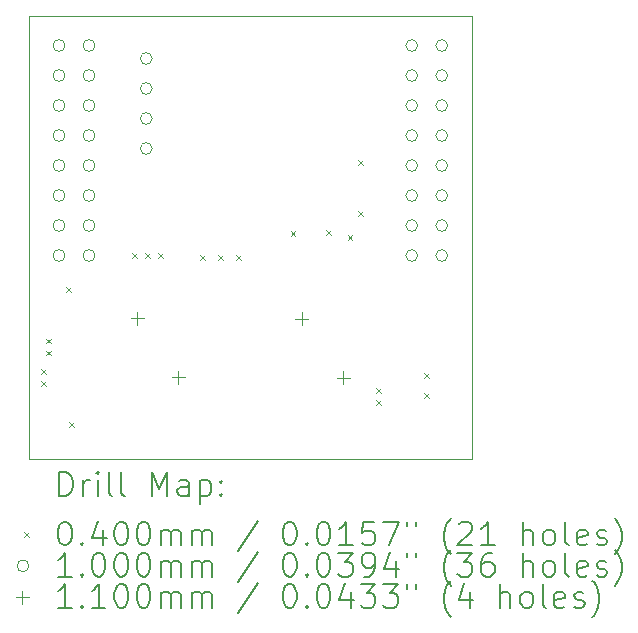
<source format=gbr>
%TF.GenerationSoftware,KiCad,Pcbnew,(6.0.8-1)-1*%
%TF.CreationDate,2024-02-06T23:44:47-06:00*%
%TF.ProjectId,openmv_can_shield,6f70656e-6d76-45f6-9361-6e5f73686965,rev?*%
%TF.SameCoordinates,Original*%
%TF.FileFunction,Drillmap*%
%TF.FilePolarity,Positive*%
%FSLAX45Y45*%
G04 Gerber Fmt 4.5, Leading zero omitted, Abs format (unit mm)*
G04 Created by KiCad (PCBNEW (6.0.8-1)-1) date 2024-02-06 23:44:47*
%MOMM*%
%LPD*%
G01*
G04 APERTURE LIST*
%ADD10C,0.100000*%
%ADD11C,0.200000*%
%ADD12C,0.040000*%
%ADD13C,0.110000*%
G04 APERTURE END LIST*
D10*
X12279940Y-7967980D02*
X16029940Y-7967980D01*
X16029940Y-7967980D02*
X16029940Y-11717980D01*
X16029940Y-11717980D02*
X12279940Y-11717980D01*
X12279940Y-11717980D02*
X12279940Y-7967980D01*
D11*
D12*
X12377740Y-10960420D02*
X12417740Y-11000420D01*
X12417740Y-10960420D02*
X12377740Y-11000420D01*
X12377740Y-11062020D02*
X12417740Y-11102020D01*
X12417740Y-11062020D02*
X12377740Y-11102020D01*
X12423460Y-10703880D02*
X12463460Y-10743880D01*
X12463460Y-10703880D02*
X12423460Y-10743880D01*
X12423460Y-10805480D02*
X12463460Y-10845480D01*
X12463460Y-10805480D02*
X12423460Y-10845480D01*
X12593640Y-10267000D02*
X12633640Y-10307000D01*
X12633640Y-10267000D02*
X12593640Y-10307000D01*
X12616500Y-11407460D02*
X12656500Y-11447460D01*
X12656500Y-11407460D02*
X12616500Y-11447460D01*
X13149900Y-9979980D02*
X13189900Y-10019980D01*
X13189900Y-9979980D02*
X13149900Y-10019980D01*
X13259120Y-9979980D02*
X13299120Y-10019980D01*
X13299120Y-9979980D02*
X13259120Y-10019980D01*
X13368340Y-9979980D02*
X13408340Y-10019980D01*
X13408340Y-9979980D02*
X13368340Y-10019980D01*
X13723940Y-9995220D02*
X13763940Y-10035220D01*
X13763940Y-9995220D02*
X13723940Y-10035220D01*
X13876340Y-9995220D02*
X13916340Y-10035220D01*
X13916340Y-9995220D02*
X13876340Y-10035220D01*
X14028740Y-9995220D02*
X14068740Y-10035220D01*
X14068740Y-9995220D02*
X14028740Y-10035220D01*
X14491020Y-9794560D02*
X14531020Y-9834560D01*
X14531020Y-9794560D02*
X14491020Y-9834560D01*
X14790740Y-9786940D02*
X14830740Y-9826940D01*
X14830740Y-9786940D02*
X14790740Y-9826940D01*
X14973620Y-9825040D02*
X15013620Y-9865040D01*
X15013620Y-9825040D02*
X14973620Y-9865040D01*
X15062520Y-9621840D02*
X15102520Y-9661840D01*
X15102520Y-9621840D02*
X15062520Y-9661840D01*
X15065060Y-9190040D02*
X15105060Y-9230040D01*
X15105060Y-9190040D02*
X15065060Y-9230040D01*
X15212380Y-11122090D02*
X15252380Y-11162090D01*
X15252380Y-11122090D02*
X15212380Y-11162090D01*
X15212380Y-11222040D02*
X15252380Y-11262040D01*
X15252380Y-11222040D02*
X15212380Y-11262040D01*
X15624480Y-10995360D02*
X15664480Y-11035360D01*
X15664480Y-10995360D02*
X15624480Y-11035360D01*
X15624480Y-11165540D02*
X15664480Y-11205540D01*
X15664480Y-11165540D02*
X15624480Y-11205540D01*
D10*
X12580480Y-8221280D02*
G75*
G03*
X12580480Y-8221280I-50000J0D01*
G01*
X12580480Y-8475280D02*
G75*
G03*
X12580480Y-8475280I-50000J0D01*
G01*
X12580480Y-8729280D02*
G75*
G03*
X12580480Y-8729280I-50000J0D01*
G01*
X12580480Y-8983280D02*
G75*
G03*
X12580480Y-8983280I-50000J0D01*
G01*
X12580480Y-9237280D02*
G75*
G03*
X12580480Y-9237280I-50000J0D01*
G01*
X12580480Y-9491280D02*
G75*
G03*
X12580480Y-9491280I-50000J0D01*
G01*
X12580480Y-9745280D02*
G75*
G03*
X12580480Y-9745280I-50000J0D01*
G01*
X12580480Y-9999280D02*
G75*
G03*
X12580480Y-9999280I-50000J0D01*
G01*
X12834480Y-8221280D02*
G75*
G03*
X12834480Y-8221280I-50000J0D01*
G01*
X12834480Y-8475280D02*
G75*
G03*
X12834480Y-8475280I-50000J0D01*
G01*
X12834480Y-8729280D02*
G75*
G03*
X12834480Y-8729280I-50000J0D01*
G01*
X12834480Y-8983280D02*
G75*
G03*
X12834480Y-8983280I-50000J0D01*
G01*
X12834480Y-9237280D02*
G75*
G03*
X12834480Y-9237280I-50000J0D01*
G01*
X12834480Y-9491280D02*
G75*
G03*
X12834480Y-9491280I-50000J0D01*
G01*
X12834480Y-9745280D02*
G75*
G03*
X12834480Y-9745280I-50000J0D01*
G01*
X12834480Y-9999280D02*
G75*
G03*
X12834480Y-9999280I-50000J0D01*
G01*
X13318960Y-8331200D02*
G75*
G03*
X13318960Y-8331200I-50000J0D01*
G01*
X13318960Y-8585200D02*
G75*
G03*
X13318960Y-8585200I-50000J0D01*
G01*
X13318960Y-8839200D02*
G75*
G03*
X13318960Y-8839200I-50000J0D01*
G01*
X13318960Y-9093200D02*
G75*
G03*
X13318960Y-9093200I-50000J0D01*
G01*
X15566480Y-8221280D02*
G75*
G03*
X15566480Y-8221280I-50000J0D01*
G01*
X15566480Y-8475280D02*
G75*
G03*
X15566480Y-8475280I-50000J0D01*
G01*
X15566480Y-8729280D02*
G75*
G03*
X15566480Y-8729280I-50000J0D01*
G01*
X15566480Y-8983280D02*
G75*
G03*
X15566480Y-8983280I-50000J0D01*
G01*
X15566480Y-9237280D02*
G75*
G03*
X15566480Y-9237280I-50000J0D01*
G01*
X15566480Y-9491280D02*
G75*
G03*
X15566480Y-9491280I-50000J0D01*
G01*
X15566480Y-9745280D02*
G75*
G03*
X15566480Y-9745280I-50000J0D01*
G01*
X15566480Y-9999280D02*
G75*
G03*
X15566480Y-9999280I-50000J0D01*
G01*
X15820480Y-8221280D02*
G75*
G03*
X15820480Y-8221280I-50000J0D01*
G01*
X15820480Y-8475280D02*
G75*
G03*
X15820480Y-8475280I-50000J0D01*
G01*
X15820480Y-8729280D02*
G75*
G03*
X15820480Y-8729280I-50000J0D01*
G01*
X15820480Y-8983280D02*
G75*
G03*
X15820480Y-8983280I-50000J0D01*
G01*
X15820480Y-9237280D02*
G75*
G03*
X15820480Y-9237280I-50000J0D01*
G01*
X15820480Y-9491280D02*
G75*
G03*
X15820480Y-9491280I-50000J0D01*
G01*
X15820480Y-9745280D02*
G75*
G03*
X15820480Y-9745280I-50000J0D01*
G01*
X15820480Y-9999280D02*
G75*
G03*
X15820480Y-9999280I-50000J0D01*
G01*
D13*
X13190740Y-10473680D02*
X13190740Y-10583680D01*
X13135740Y-10528680D02*
X13245740Y-10528680D01*
X13540740Y-10973680D02*
X13540740Y-11083680D01*
X13485740Y-11028680D02*
X13595740Y-11028680D01*
X14585200Y-10478760D02*
X14585200Y-10588760D01*
X14530200Y-10533760D02*
X14640200Y-10533760D01*
X14935200Y-10978760D02*
X14935200Y-11088760D01*
X14880200Y-11033760D02*
X14990200Y-11033760D01*
D11*
X12532559Y-12033456D02*
X12532559Y-11833456D01*
X12580178Y-11833456D01*
X12608749Y-11842980D01*
X12627797Y-11862028D01*
X12637321Y-11881075D01*
X12646845Y-11919170D01*
X12646845Y-11947742D01*
X12637321Y-11985837D01*
X12627797Y-12004885D01*
X12608749Y-12023932D01*
X12580178Y-12033456D01*
X12532559Y-12033456D01*
X12732559Y-12033456D02*
X12732559Y-11900123D01*
X12732559Y-11938218D02*
X12742083Y-11919170D01*
X12751607Y-11909647D01*
X12770654Y-11900123D01*
X12789702Y-11900123D01*
X12856368Y-12033456D02*
X12856368Y-11900123D01*
X12856368Y-11833456D02*
X12846845Y-11842980D01*
X12856368Y-11852504D01*
X12865892Y-11842980D01*
X12856368Y-11833456D01*
X12856368Y-11852504D01*
X12980178Y-12033456D02*
X12961130Y-12023932D01*
X12951607Y-12004885D01*
X12951607Y-11833456D01*
X13084940Y-12033456D02*
X13065892Y-12023932D01*
X13056368Y-12004885D01*
X13056368Y-11833456D01*
X13313511Y-12033456D02*
X13313511Y-11833456D01*
X13380178Y-11976313D01*
X13446845Y-11833456D01*
X13446845Y-12033456D01*
X13627797Y-12033456D02*
X13627797Y-11928694D01*
X13618273Y-11909647D01*
X13599226Y-11900123D01*
X13561130Y-11900123D01*
X13542083Y-11909647D01*
X13627797Y-12023932D02*
X13608749Y-12033456D01*
X13561130Y-12033456D01*
X13542083Y-12023932D01*
X13532559Y-12004885D01*
X13532559Y-11985837D01*
X13542083Y-11966789D01*
X13561130Y-11957266D01*
X13608749Y-11957266D01*
X13627797Y-11947742D01*
X13723035Y-11900123D02*
X13723035Y-12100123D01*
X13723035Y-11909647D02*
X13742083Y-11900123D01*
X13780178Y-11900123D01*
X13799226Y-11909647D01*
X13808749Y-11919170D01*
X13818273Y-11938218D01*
X13818273Y-11995361D01*
X13808749Y-12014408D01*
X13799226Y-12023932D01*
X13780178Y-12033456D01*
X13742083Y-12033456D01*
X13723035Y-12023932D01*
X13903988Y-12014408D02*
X13913511Y-12023932D01*
X13903988Y-12033456D01*
X13894464Y-12023932D01*
X13903988Y-12014408D01*
X13903988Y-12033456D01*
X13903988Y-11909647D02*
X13913511Y-11919170D01*
X13903988Y-11928694D01*
X13894464Y-11919170D01*
X13903988Y-11909647D01*
X13903988Y-11928694D01*
D12*
X12234940Y-12342980D02*
X12274940Y-12382980D01*
X12274940Y-12342980D02*
X12234940Y-12382980D01*
D11*
X12570654Y-12253456D02*
X12589702Y-12253456D01*
X12608749Y-12262980D01*
X12618273Y-12272504D01*
X12627797Y-12291551D01*
X12637321Y-12329647D01*
X12637321Y-12377266D01*
X12627797Y-12415361D01*
X12618273Y-12434408D01*
X12608749Y-12443932D01*
X12589702Y-12453456D01*
X12570654Y-12453456D01*
X12551607Y-12443932D01*
X12542083Y-12434408D01*
X12532559Y-12415361D01*
X12523035Y-12377266D01*
X12523035Y-12329647D01*
X12532559Y-12291551D01*
X12542083Y-12272504D01*
X12551607Y-12262980D01*
X12570654Y-12253456D01*
X12723035Y-12434408D02*
X12732559Y-12443932D01*
X12723035Y-12453456D01*
X12713511Y-12443932D01*
X12723035Y-12434408D01*
X12723035Y-12453456D01*
X12903988Y-12320123D02*
X12903988Y-12453456D01*
X12856368Y-12243932D02*
X12808749Y-12386789D01*
X12932559Y-12386789D01*
X13046845Y-12253456D02*
X13065892Y-12253456D01*
X13084940Y-12262980D01*
X13094464Y-12272504D01*
X13103988Y-12291551D01*
X13113511Y-12329647D01*
X13113511Y-12377266D01*
X13103988Y-12415361D01*
X13094464Y-12434408D01*
X13084940Y-12443932D01*
X13065892Y-12453456D01*
X13046845Y-12453456D01*
X13027797Y-12443932D01*
X13018273Y-12434408D01*
X13008749Y-12415361D01*
X12999226Y-12377266D01*
X12999226Y-12329647D01*
X13008749Y-12291551D01*
X13018273Y-12272504D01*
X13027797Y-12262980D01*
X13046845Y-12253456D01*
X13237321Y-12253456D02*
X13256368Y-12253456D01*
X13275416Y-12262980D01*
X13284940Y-12272504D01*
X13294464Y-12291551D01*
X13303988Y-12329647D01*
X13303988Y-12377266D01*
X13294464Y-12415361D01*
X13284940Y-12434408D01*
X13275416Y-12443932D01*
X13256368Y-12453456D01*
X13237321Y-12453456D01*
X13218273Y-12443932D01*
X13208749Y-12434408D01*
X13199226Y-12415361D01*
X13189702Y-12377266D01*
X13189702Y-12329647D01*
X13199226Y-12291551D01*
X13208749Y-12272504D01*
X13218273Y-12262980D01*
X13237321Y-12253456D01*
X13389702Y-12453456D02*
X13389702Y-12320123D01*
X13389702Y-12339170D02*
X13399226Y-12329647D01*
X13418273Y-12320123D01*
X13446845Y-12320123D01*
X13465892Y-12329647D01*
X13475416Y-12348694D01*
X13475416Y-12453456D01*
X13475416Y-12348694D02*
X13484940Y-12329647D01*
X13503988Y-12320123D01*
X13532559Y-12320123D01*
X13551607Y-12329647D01*
X13561130Y-12348694D01*
X13561130Y-12453456D01*
X13656368Y-12453456D02*
X13656368Y-12320123D01*
X13656368Y-12339170D02*
X13665892Y-12329647D01*
X13684940Y-12320123D01*
X13713511Y-12320123D01*
X13732559Y-12329647D01*
X13742083Y-12348694D01*
X13742083Y-12453456D01*
X13742083Y-12348694D02*
X13751607Y-12329647D01*
X13770654Y-12320123D01*
X13799226Y-12320123D01*
X13818273Y-12329647D01*
X13827797Y-12348694D01*
X13827797Y-12453456D01*
X14218273Y-12243932D02*
X14046845Y-12501075D01*
X14475416Y-12253456D02*
X14494464Y-12253456D01*
X14513511Y-12262980D01*
X14523035Y-12272504D01*
X14532559Y-12291551D01*
X14542083Y-12329647D01*
X14542083Y-12377266D01*
X14532559Y-12415361D01*
X14523035Y-12434408D01*
X14513511Y-12443932D01*
X14494464Y-12453456D01*
X14475416Y-12453456D01*
X14456368Y-12443932D01*
X14446845Y-12434408D01*
X14437321Y-12415361D01*
X14427797Y-12377266D01*
X14427797Y-12329647D01*
X14437321Y-12291551D01*
X14446845Y-12272504D01*
X14456368Y-12262980D01*
X14475416Y-12253456D01*
X14627797Y-12434408D02*
X14637321Y-12443932D01*
X14627797Y-12453456D01*
X14618273Y-12443932D01*
X14627797Y-12434408D01*
X14627797Y-12453456D01*
X14761130Y-12253456D02*
X14780178Y-12253456D01*
X14799226Y-12262980D01*
X14808749Y-12272504D01*
X14818273Y-12291551D01*
X14827797Y-12329647D01*
X14827797Y-12377266D01*
X14818273Y-12415361D01*
X14808749Y-12434408D01*
X14799226Y-12443932D01*
X14780178Y-12453456D01*
X14761130Y-12453456D01*
X14742083Y-12443932D01*
X14732559Y-12434408D01*
X14723035Y-12415361D01*
X14713511Y-12377266D01*
X14713511Y-12329647D01*
X14723035Y-12291551D01*
X14732559Y-12272504D01*
X14742083Y-12262980D01*
X14761130Y-12253456D01*
X15018273Y-12453456D02*
X14903988Y-12453456D01*
X14961130Y-12453456D02*
X14961130Y-12253456D01*
X14942083Y-12282028D01*
X14923035Y-12301075D01*
X14903988Y-12310599D01*
X15199226Y-12253456D02*
X15103988Y-12253456D01*
X15094464Y-12348694D01*
X15103988Y-12339170D01*
X15123035Y-12329647D01*
X15170654Y-12329647D01*
X15189702Y-12339170D01*
X15199226Y-12348694D01*
X15208749Y-12367742D01*
X15208749Y-12415361D01*
X15199226Y-12434408D01*
X15189702Y-12443932D01*
X15170654Y-12453456D01*
X15123035Y-12453456D01*
X15103988Y-12443932D01*
X15094464Y-12434408D01*
X15275416Y-12253456D02*
X15408749Y-12253456D01*
X15323035Y-12453456D01*
X15475416Y-12253456D02*
X15475416Y-12291551D01*
X15551607Y-12253456D02*
X15551607Y-12291551D01*
X15846845Y-12529647D02*
X15837321Y-12520123D01*
X15818273Y-12491551D01*
X15808749Y-12472504D01*
X15799226Y-12443932D01*
X15789702Y-12396313D01*
X15789702Y-12358218D01*
X15799226Y-12310599D01*
X15808749Y-12282028D01*
X15818273Y-12262980D01*
X15837321Y-12234408D01*
X15846845Y-12224885D01*
X15913511Y-12272504D02*
X15923035Y-12262980D01*
X15942083Y-12253456D01*
X15989702Y-12253456D01*
X16008749Y-12262980D01*
X16018273Y-12272504D01*
X16027797Y-12291551D01*
X16027797Y-12310599D01*
X16018273Y-12339170D01*
X15903988Y-12453456D01*
X16027797Y-12453456D01*
X16218273Y-12453456D02*
X16103988Y-12453456D01*
X16161130Y-12453456D02*
X16161130Y-12253456D01*
X16142083Y-12282028D01*
X16123035Y-12301075D01*
X16103988Y-12310599D01*
X16456368Y-12453456D02*
X16456368Y-12253456D01*
X16542083Y-12453456D02*
X16542083Y-12348694D01*
X16532559Y-12329647D01*
X16513511Y-12320123D01*
X16484940Y-12320123D01*
X16465892Y-12329647D01*
X16456368Y-12339170D01*
X16665892Y-12453456D02*
X16646845Y-12443932D01*
X16637321Y-12434408D01*
X16627797Y-12415361D01*
X16627797Y-12358218D01*
X16637321Y-12339170D01*
X16646845Y-12329647D01*
X16665892Y-12320123D01*
X16694464Y-12320123D01*
X16713511Y-12329647D01*
X16723035Y-12339170D01*
X16732559Y-12358218D01*
X16732559Y-12415361D01*
X16723035Y-12434408D01*
X16713511Y-12443932D01*
X16694464Y-12453456D01*
X16665892Y-12453456D01*
X16846845Y-12453456D02*
X16827797Y-12443932D01*
X16818273Y-12424885D01*
X16818273Y-12253456D01*
X16999226Y-12443932D02*
X16980178Y-12453456D01*
X16942083Y-12453456D01*
X16923035Y-12443932D01*
X16913511Y-12424885D01*
X16913511Y-12348694D01*
X16923035Y-12329647D01*
X16942083Y-12320123D01*
X16980178Y-12320123D01*
X16999226Y-12329647D01*
X17008750Y-12348694D01*
X17008750Y-12367742D01*
X16913511Y-12386789D01*
X17084940Y-12443932D02*
X17103988Y-12453456D01*
X17142083Y-12453456D01*
X17161130Y-12443932D01*
X17170654Y-12424885D01*
X17170654Y-12415361D01*
X17161130Y-12396313D01*
X17142083Y-12386789D01*
X17113511Y-12386789D01*
X17094464Y-12377266D01*
X17084940Y-12358218D01*
X17084940Y-12348694D01*
X17094464Y-12329647D01*
X17113511Y-12320123D01*
X17142083Y-12320123D01*
X17161130Y-12329647D01*
X17237321Y-12529647D02*
X17246845Y-12520123D01*
X17265892Y-12491551D01*
X17275416Y-12472504D01*
X17284940Y-12443932D01*
X17294464Y-12396313D01*
X17294464Y-12358218D01*
X17284940Y-12310599D01*
X17275416Y-12282028D01*
X17265892Y-12262980D01*
X17246845Y-12234408D01*
X17237321Y-12224885D01*
D10*
X12274940Y-12626980D02*
G75*
G03*
X12274940Y-12626980I-50000J0D01*
G01*
D11*
X12637321Y-12717456D02*
X12523035Y-12717456D01*
X12580178Y-12717456D02*
X12580178Y-12517456D01*
X12561130Y-12546028D01*
X12542083Y-12565075D01*
X12523035Y-12574599D01*
X12723035Y-12698408D02*
X12732559Y-12707932D01*
X12723035Y-12717456D01*
X12713511Y-12707932D01*
X12723035Y-12698408D01*
X12723035Y-12717456D01*
X12856368Y-12517456D02*
X12875416Y-12517456D01*
X12894464Y-12526980D01*
X12903988Y-12536504D01*
X12913511Y-12555551D01*
X12923035Y-12593647D01*
X12923035Y-12641266D01*
X12913511Y-12679361D01*
X12903988Y-12698408D01*
X12894464Y-12707932D01*
X12875416Y-12717456D01*
X12856368Y-12717456D01*
X12837321Y-12707932D01*
X12827797Y-12698408D01*
X12818273Y-12679361D01*
X12808749Y-12641266D01*
X12808749Y-12593647D01*
X12818273Y-12555551D01*
X12827797Y-12536504D01*
X12837321Y-12526980D01*
X12856368Y-12517456D01*
X13046845Y-12517456D02*
X13065892Y-12517456D01*
X13084940Y-12526980D01*
X13094464Y-12536504D01*
X13103988Y-12555551D01*
X13113511Y-12593647D01*
X13113511Y-12641266D01*
X13103988Y-12679361D01*
X13094464Y-12698408D01*
X13084940Y-12707932D01*
X13065892Y-12717456D01*
X13046845Y-12717456D01*
X13027797Y-12707932D01*
X13018273Y-12698408D01*
X13008749Y-12679361D01*
X12999226Y-12641266D01*
X12999226Y-12593647D01*
X13008749Y-12555551D01*
X13018273Y-12536504D01*
X13027797Y-12526980D01*
X13046845Y-12517456D01*
X13237321Y-12517456D02*
X13256368Y-12517456D01*
X13275416Y-12526980D01*
X13284940Y-12536504D01*
X13294464Y-12555551D01*
X13303988Y-12593647D01*
X13303988Y-12641266D01*
X13294464Y-12679361D01*
X13284940Y-12698408D01*
X13275416Y-12707932D01*
X13256368Y-12717456D01*
X13237321Y-12717456D01*
X13218273Y-12707932D01*
X13208749Y-12698408D01*
X13199226Y-12679361D01*
X13189702Y-12641266D01*
X13189702Y-12593647D01*
X13199226Y-12555551D01*
X13208749Y-12536504D01*
X13218273Y-12526980D01*
X13237321Y-12517456D01*
X13389702Y-12717456D02*
X13389702Y-12584123D01*
X13389702Y-12603170D02*
X13399226Y-12593647D01*
X13418273Y-12584123D01*
X13446845Y-12584123D01*
X13465892Y-12593647D01*
X13475416Y-12612694D01*
X13475416Y-12717456D01*
X13475416Y-12612694D02*
X13484940Y-12593647D01*
X13503988Y-12584123D01*
X13532559Y-12584123D01*
X13551607Y-12593647D01*
X13561130Y-12612694D01*
X13561130Y-12717456D01*
X13656368Y-12717456D02*
X13656368Y-12584123D01*
X13656368Y-12603170D02*
X13665892Y-12593647D01*
X13684940Y-12584123D01*
X13713511Y-12584123D01*
X13732559Y-12593647D01*
X13742083Y-12612694D01*
X13742083Y-12717456D01*
X13742083Y-12612694D02*
X13751607Y-12593647D01*
X13770654Y-12584123D01*
X13799226Y-12584123D01*
X13818273Y-12593647D01*
X13827797Y-12612694D01*
X13827797Y-12717456D01*
X14218273Y-12507932D02*
X14046845Y-12765075D01*
X14475416Y-12517456D02*
X14494464Y-12517456D01*
X14513511Y-12526980D01*
X14523035Y-12536504D01*
X14532559Y-12555551D01*
X14542083Y-12593647D01*
X14542083Y-12641266D01*
X14532559Y-12679361D01*
X14523035Y-12698408D01*
X14513511Y-12707932D01*
X14494464Y-12717456D01*
X14475416Y-12717456D01*
X14456368Y-12707932D01*
X14446845Y-12698408D01*
X14437321Y-12679361D01*
X14427797Y-12641266D01*
X14427797Y-12593647D01*
X14437321Y-12555551D01*
X14446845Y-12536504D01*
X14456368Y-12526980D01*
X14475416Y-12517456D01*
X14627797Y-12698408D02*
X14637321Y-12707932D01*
X14627797Y-12717456D01*
X14618273Y-12707932D01*
X14627797Y-12698408D01*
X14627797Y-12717456D01*
X14761130Y-12517456D02*
X14780178Y-12517456D01*
X14799226Y-12526980D01*
X14808749Y-12536504D01*
X14818273Y-12555551D01*
X14827797Y-12593647D01*
X14827797Y-12641266D01*
X14818273Y-12679361D01*
X14808749Y-12698408D01*
X14799226Y-12707932D01*
X14780178Y-12717456D01*
X14761130Y-12717456D01*
X14742083Y-12707932D01*
X14732559Y-12698408D01*
X14723035Y-12679361D01*
X14713511Y-12641266D01*
X14713511Y-12593647D01*
X14723035Y-12555551D01*
X14732559Y-12536504D01*
X14742083Y-12526980D01*
X14761130Y-12517456D01*
X14894464Y-12517456D02*
X15018273Y-12517456D01*
X14951607Y-12593647D01*
X14980178Y-12593647D01*
X14999226Y-12603170D01*
X15008749Y-12612694D01*
X15018273Y-12631742D01*
X15018273Y-12679361D01*
X15008749Y-12698408D01*
X14999226Y-12707932D01*
X14980178Y-12717456D01*
X14923035Y-12717456D01*
X14903988Y-12707932D01*
X14894464Y-12698408D01*
X15113511Y-12717456D02*
X15151607Y-12717456D01*
X15170654Y-12707932D01*
X15180178Y-12698408D01*
X15199226Y-12669837D01*
X15208749Y-12631742D01*
X15208749Y-12555551D01*
X15199226Y-12536504D01*
X15189702Y-12526980D01*
X15170654Y-12517456D01*
X15132559Y-12517456D01*
X15113511Y-12526980D01*
X15103988Y-12536504D01*
X15094464Y-12555551D01*
X15094464Y-12603170D01*
X15103988Y-12622218D01*
X15113511Y-12631742D01*
X15132559Y-12641266D01*
X15170654Y-12641266D01*
X15189702Y-12631742D01*
X15199226Y-12622218D01*
X15208749Y-12603170D01*
X15380178Y-12584123D02*
X15380178Y-12717456D01*
X15332559Y-12507932D02*
X15284940Y-12650789D01*
X15408749Y-12650789D01*
X15475416Y-12517456D02*
X15475416Y-12555551D01*
X15551607Y-12517456D02*
X15551607Y-12555551D01*
X15846845Y-12793647D02*
X15837321Y-12784123D01*
X15818273Y-12755551D01*
X15808749Y-12736504D01*
X15799226Y-12707932D01*
X15789702Y-12660313D01*
X15789702Y-12622218D01*
X15799226Y-12574599D01*
X15808749Y-12546028D01*
X15818273Y-12526980D01*
X15837321Y-12498408D01*
X15846845Y-12488885D01*
X15903988Y-12517456D02*
X16027797Y-12517456D01*
X15961130Y-12593647D01*
X15989702Y-12593647D01*
X16008749Y-12603170D01*
X16018273Y-12612694D01*
X16027797Y-12631742D01*
X16027797Y-12679361D01*
X16018273Y-12698408D01*
X16008749Y-12707932D01*
X15989702Y-12717456D01*
X15932559Y-12717456D01*
X15913511Y-12707932D01*
X15903988Y-12698408D01*
X16199226Y-12517456D02*
X16161130Y-12517456D01*
X16142083Y-12526980D01*
X16132559Y-12536504D01*
X16113511Y-12565075D01*
X16103988Y-12603170D01*
X16103988Y-12679361D01*
X16113511Y-12698408D01*
X16123035Y-12707932D01*
X16142083Y-12717456D01*
X16180178Y-12717456D01*
X16199226Y-12707932D01*
X16208749Y-12698408D01*
X16218273Y-12679361D01*
X16218273Y-12631742D01*
X16208749Y-12612694D01*
X16199226Y-12603170D01*
X16180178Y-12593647D01*
X16142083Y-12593647D01*
X16123035Y-12603170D01*
X16113511Y-12612694D01*
X16103988Y-12631742D01*
X16456368Y-12717456D02*
X16456368Y-12517456D01*
X16542083Y-12717456D02*
X16542083Y-12612694D01*
X16532559Y-12593647D01*
X16513511Y-12584123D01*
X16484940Y-12584123D01*
X16465892Y-12593647D01*
X16456368Y-12603170D01*
X16665892Y-12717456D02*
X16646845Y-12707932D01*
X16637321Y-12698408D01*
X16627797Y-12679361D01*
X16627797Y-12622218D01*
X16637321Y-12603170D01*
X16646845Y-12593647D01*
X16665892Y-12584123D01*
X16694464Y-12584123D01*
X16713511Y-12593647D01*
X16723035Y-12603170D01*
X16732559Y-12622218D01*
X16732559Y-12679361D01*
X16723035Y-12698408D01*
X16713511Y-12707932D01*
X16694464Y-12717456D01*
X16665892Y-12717456D01*
X16846845Y-12717456D02*
X16827797Y-12707932D01*
X16818273Y-12688885D01*
X16818273Y-12517456D01*
X16999226Y-12707932D02*
X16980178Y-12717456D01*
X16942083Y-12717456D01*
X16923035Y-12707932D01*
X16913511Y-12688885D01*
X16913511Y-12612694D01*
X16923035Y-12593647D01*
X16942083Y-12584123D01*
X16980178Y-12584123D01*
X16999226Y-12593647D01*
X17008750Y-12612694D01*
X17008750Y-12631742D01*
X16913511Y-12650789D01*
X17084940Y-12707932D02*
X17103988Y-12717456D01*
X17142083Y-12717456D01*
X17161130Y-12707932D01*
X17170654Y-12688885D01*
X17170654Y-12679361D01*
X17161130Y-12660313D01*
X17142083Y-12650789D01*
X17113511Y-12650789D01*
X17094464Y-12641266D01*
X17084940Y-12622218D01*
X17084940Y-12612694D01*
X17094464Y-12593647D01*
X17113511Y-12584123D01*
X17142083Y-12584123D01*
X17161130Y-12593647D01*
X17237321Y-12793647D02*
X17246845Y-12784123D01*
X17265892Y-12755551D01*
X17275416Y-12736504D01*
X17284940Y-12707932D01*
X17294464Y-12660313D01*
X17294464Y-12622218D01*
X17284940Y-12574599D01*
X17275416Y-12546028D01*
X17265892Y-12526980D01*
X17246845Y-12498408D01*
X17237321Y-12488885D01*
D13*
X12219940Y-12835980D02*
X12219940Y-12945980D01*
X12164940Y-12890980D02*
X12274940Y-12890980D01*
D11*
X12637321Y-12981456D02*
X12523035Y-12981456D01*
X12580178Y-12981456D02*
X12580178Y-12781456D01*
X12561130Y-12810028D01*
X12542083Y-12829075D01*
X12523035Y-12838599D01*
X12723035Y-12962408D02*
X12732559Y-12971932D01*
X12723035Y-12981456D01*
X12713511Y-12971932D01*
X12723035Y-12962408D01*
X12723035Y-12981456D01*
X12923035Y-12981456D02*
X12808749Y-12981456D01*
X12865892Y-12981456D02*
X12865892Y-12781456D01*
X12846845Y-12810028D01*
X12827797Y-12829075D01*
X12808749Y-12838599D01*
X13046845Y-12781456D02*
X13065892Y-12781456D01*
X13084940Y-12790980D01*
X13094464Y-12800504D01*
X13103988Y-12819551D01*
X13113511Y-12857647D01*
X13113511Y-12905266D01*
X13103988Y-12943361D01*
X13094464Y-12962408D01*
X13084940Y-12971932D01*
X13065892Y-12981456D01*
X13046845Y-12981456D01*
X13027797Y-12971932D01*
X13018273Y-12962408D01*
X13008749Y-12943361D01*
X12999226Y-12905266D01*
X12999226Y-12857647D01*
X13008749Y-12819551D01*
X13018273Y-12800504D01*
X13027797Y-12790980D01*
X13046845Y-12781456D01*
X13237321Y-12781456D02*
X13256368Y-12781456D01*
X13275416Y-12790980D01*
X13284940Y-12800504D01*
X13294464Y-12819551D01*
X13303988Y-12857647D01*
X13303988Y-12905266D01*
X13294464Y-12943361D01*
X13284940Y-12962408D01*
X13275416Y-12971932D01*
X13256368Y-12981456D01*
X13237321Y-12981456D01*
X13218273Y-12971932D01*
X13208749Y-12962408D01*
X13199226Y-12943361D01*
X13189702Y-12905266D01*
X13189702Y-12857647D01*
X13199226Y-12819551D01*
X13208749Y-12800504D01*
X13218273Y-12790980D01*
X13237321Y-12781456D01*
X13389702Y-12981456D02*
X13389702Y-12848123D01*
X13389702Y-12867170D02*
X13399226Y-12857647D01*
X13418273Y-12848123D01*
X13446845Y-12848123D01*
X13465892Y-12857647D01*
X13475416Y-12876694D01*
X13475416Y-12981456D01*
X13475416Y-12876694D02*
X13484940Y-12857647D01*
X13503988Y-12848123D01*
X13532559Y-12848123D01*
X13551607Y-12857647D01*
X13561130Y-12876694D01*
X13561130Y-12981456D01*
X13656368Y-12981456D02*
X13656368Y-12848123D01*
X13656368Y-12867170D02*
X13665892Y-12857647D01*
X13684940Y-12848123D01*
X13713511Y-12848123D01*
X13732559Y-12857647D01*
X13742083Y-12876694D01*
X13742083Y-12981456D01*
X13742083Y-12876694D02*
X13751607Y-12857647D01*
X13770654Y-12848123D01*
X13799226Y-12848123D01*
X13818273Y-12857647D01*
X13827797Y-12876694D01*
X13827797Y-12981456D01*
X14218273Y-12771932D02*
X14046845Y-13029075D01*
X14475416Y-12781456D02*
X14494464Y-12781456D01*
X14513511Y-12790980D01*
X14523035Y-12800504D01*
X14532559Y-12819551D01*
X14542083Y-12857647D01*
X14542083Y-12905266D01*
X14532559Y-12943361D01*
X14523035Y-12962408D01*
X14513511Y-12971932D01*
X14494464Y-12981456D01*
X14475416Y-12981456D01*
X14456368Y-12971932D01*
X14446845Y-12962408D01*
X14437321Y-12943361D01*
X14427797Y-12905266D01*
X14427797Y-12857647D01*
X14437321Y-12819551D01*
X14446845Y-12800504D01*
X14456368Y-12790980D01*
X14475416Y-12781456D01*
X14627797Y-12962408D02*
X14637321Y-12971932D01*
X14627797Y-12981456D01*
X14618273Y-12971932D01*
X14627797Y-12962408D01*
X14627797Y-12981456D01*
X14761130Y-12781456D02*
X14780178Y-12781456D01*
X14799226Y-12790980D01*
X14808749Y-12800504D01*
X14818273Y-12819551D01*
X14827797Y-12857647D01*
X14827797Y-12905266D01*
X14818273Y-12943361D01*
X14808749Y-12962408D01*
X14799226Y-12971932D01*
X14780178Y-12981456D01*
X14761130Y-12981456D01*
X14742083Y-12971932D01*
X14732559Y-12962408D01*
X14723035Y-12943361D01*
X14713511Y-12905266D01*
X14713511Y-12857647D01*
X14723035Y-12819551D01*
X14732559Y-12800504D01*
X14742083Y-12790980D01*
X14761130Y-12781456D01*
X14999226Y-12848123D02*
X14999226Y-12981456D01*
X14951607Y-12771932D02*
X14903988Y-12914789D01*
X15027797Y-12914789D01*
X15084940Y-12781456D02*
X15208749Y-12781456D01*
X15142083Y-12857647D01*
X15170654Y-12857647D01*
X15189702Y-12867170D01*
X15199226Y-12876694D01*
X15208749Y-12895742D01*
X15208749Y-12943361D01*
X15199226Y-12962408D01*
X15189702Y-12971932D01*
X15170654Y-12981456D01*
X15113511Y-12981456D01*
X15094464Y-12971932D01*
X15084940Y-12962408D01*
X15275416Y-12781456D02*
X15399226Y-12781456D01*
X15332559Y-12857647D01*
X15361130Y-12857647D01*
X15380178Y-12867170D01*
X15389702Y-12876694D01*
X15399226Y-12895742D01*
X15399226Y-12943361D01*
X15389702Y-12962408D01*
X15380178Y-12971932D01*
X15361130Y-12981456D01*
X15303988Y-12981456D01*
X15284940Y-12971932D01*
X15275416Y-12962408D01*
X15475416Y-12781456D02*
X15475416Y-12819551D01*
X15551607Y-12781456D02*
X15551607Y-12819551D01*
X15846845Y-13057647D02*
X15837321Y-13048123D01*
X15818273Y-13019551D01*
X15808749Y-13000504D01*
X15799226Y-12971932D01*
X15789702Y-12924313D01*
X15789702Y-12886218D01*
X15799226Y-12838599D01*
X15808749Y-12810028D01*
X15818273Y-12790980D01*
X15837321Y-12762408D01*
X15846845Y-12752885D01*
X16008749Y-12848123D02*
X16008749Y-12981456D01*
X15961130Y-12771932D02*
X15913511Y-12914789D01*
X16037321Y-12914789D01*
X16265892Y-12981456D02*
X16265892Y-12781456D01*
X16351607Y-12981456D02*
X16351607Y-12876694D01*
X16342083Y-12857647D01*
X16323035Y-12848123D01*
X16294464Y-12848123D01*
X16275416Y-12857647D01*
X16265892Y-12867170D01*
X16475416Y-12981456D02*
X16456368Y-12971932D01*
X16446845Y-12962408D01*
X16437321Y-12943361D01*
X16437321Y-12886218D01*
X16446845Y-12867170D01*
X16456368Y-12857647D01*
X16475416Y-12848123D01*
X16503988Y-12848123D01*
X16523035Y-12857647D01*
X16532559Y-12867170D01*
X16542083Y-12886218D01*
X16542083Y-12943361D01*
X16532559Y-12962408D01*
X16523035Y-12971932D01*
X16503988Y-12981456D01*
X16475416Y-12981456D01*
X16656368Y-12981456D02*
X16637321Y-12971932D01*
X16627797Y-12952885D01*
X16627797Y-12781456D01*
X16808750Y-12971932D02*
X16789702Y-12981456D01*
X16751607Y-12981456D01*
X16732559Y-12971932D01*
X16723035Y-12952885D01*
X16723035Y-12876694D01*
X16732559Y-12857647D01*
X16751607Y-12848123D01*
X16789702Y-12848123D01*
X16808750Y-12857647D01*
X16818273Y-12876694D01*
X16818273Y-12895742D01*
X16723035Y-12914789D01*
X16894464Y-12971932D02*
X16913511Y-12981456D01*
X16951607Y-12981456D01*
X16970654Y-12971932D01*
X16980178Y-12952885D01*
X16980178Y-12943361D01*
X16970654Y-12924313D01*
X16951607Y-12914789D01*
X16923035Y-12914789D01*
X16903988Y-12905266D01*
X16894464Y-12886218D01*
X16894464Y-12876694D01*
X16903988Y-12857647D01*
X16923035Y-12848123D01*
X16951607Y-12848123D01*
X16970654Y-12857647D01*
X17046845Y-13057647D02*
X17056369Y-13048123D01*
X17075416Y-13019551D01*
X17084940Y-13000504D01*
X17094464Y-12971932D01*
X17103988Y-12924313D01*
X17103988Y-12886218D01*
X17094464Y-12838599D01*
X17084940Y-12810028D01*
X17075416Y-12790980D01*
X17056369Y-12762408D01*
X17046845Y-12752885D01*
M02*

</source>
